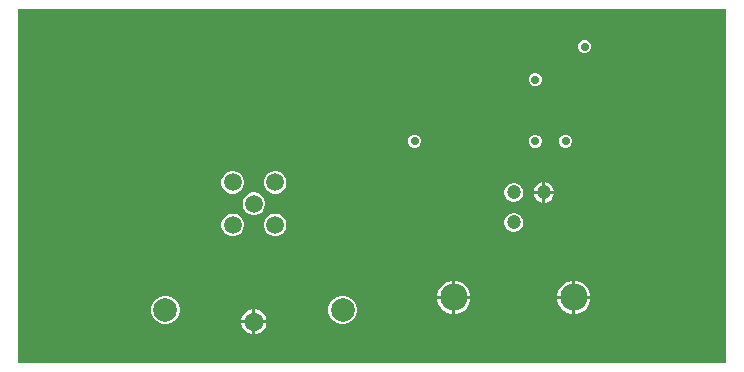
<source format=gbl>
G04*
G04 #@! TF.GenerationSoftware,Altium Limited,Altium Designer,25.8.1 (18)*
G04*
G04 Layer_Physical_Order=4*
G04 Layer_Color=16711680*
%FSLAX44Y44*%
%MOMM*%
G71*
G04*
G04 #@! TF.SameCoordinates,C19CE461-91EB-44EE-881C-4A3BDBF79EA7*
G04*
G04*
G04 #@! TF.FilePolarity,Positive*
G04*
G01*
G75*
%ADD22C,1.2000*%
%ADD23C,2.3000*%
%ADD24C,1.6000*%
%ADD25C,3.5000*%
%ADD26C,1.5000*%
%ADD27C,2.0000*%
%ADD28C,0.3000*%
%ADD29C,0.7000*%
G36*
X600000Y0D02*
X0D01*
Y300000D01*
X600000D01*
Y0D01*
D02*
G37*
%LPC*%
G36*
X481094Y273500D02*
X478906D01*
X476884Y272663D01*
X475337Y271115D01*
X474500Y269094D01*
Y266906D01*
X475337Y264884D01*
X476884Y263337D01*
X478906Y262500D01*
X481094D01*
X483116Y263337D01*
X484663Y264884D01*
X485500Y266906D01*
Y269094D01*
X484663Y271115D01*
X483116Y272663D01*
X481094Y273500D01*
D02*
G37*
G36*
X439094Y245500D02*
X436906D01*
X434884Y244663D01*
X433337Y243116D01*
X432500Y241094D01*
Y238906D01*
X433337Y236884D01*
X434884Y235337D01*
X436906Y234500D01*
X439094D01*
X441115Y235337D01*
X442663Y236884D01*
X443500Y238906D01*
Y241094D01*
X442663Y243116D01*
X441115Y244663D01*
X439094Y245500D01*
D02*
G37*
G36*
X465094Y193500D02*
X462906D01*
X460885Y192663D01*
X459337Y191115D01*
X458500Y189094D01*
Y186906D01*
X459337Y184884D01*
X460885Y183337D01*
X462906Y182500D01*
X465094D01*
X467116Y183337D01*
X468663Y184884D01*
X469500Y186906D01*
Y189094D01*
X468663Y191115D01*
X467116Y192663D01*
X465094Y193500D01*
D02*
G37*
G36*
X439094D02*
X436906D01*
X434884Y192663D01*
X433337Y191115D01*
X432500Y189094D01*
Y186906D01*
X433337Y184884D01*
X434884Y183337D01*
X436906Y182500D01*
X439094D01*
X441115Y183337D01*
X442663Y184884D01*
X443500Y186906D01*
Y189094D01*
X442663Y191115D01*
X441115Y192663D01*
X439094Y193500D01*
D02*
G37*
G36*
X337094D02*
X334906D01*
X332884Y192663D01*
X331337Y191115D01*
X330500Y189094D01*
Y186906D01*
X331337Y184884D01*
X332884Y183337D01*
X334906Y182500D01*
X337094D01*
X339115Y183337D01*
X340663Y184884D01*
X341500Y186906D01*
Y189094D01*
X340663Y191115D01*
X339115Y192663D01*
X337094Y193500D01*
D02*
G37*
G36*
X446670Y153001D02*
Y145770D01*
X453901D01*
X453358Y147796D01*
X452234Y149744D01*
X450644Y151334D01*
X448696Y152458D01*
X446670Y153001D01*
D02*
G37*
G36*
X444130D02*
X442104Y152458D01*
X440156Y151334D01*
X438566Y149744D01*
X437442Y147796D01*
X436899Y145770D01*
X444130D01*
Y153001D01*
D02*
G37*
G36*
X219251Y162500D02*
X216749D01*
X214333Y161853D01*
X212167Y160602D01*
X210398Y158833D01*
X209147Y156667D01*
X208500Y154251D01*
Y151749D01*
X209147Y149333D01*
X210398Y147167D01*
X212167Y145398D01*
X214333Y144147D01*
X216749Y143500D01*
X219251D01*
X221667Y144147D01*
X223833Y145398D01*
X225602Y147167D01*
X226853Y149333D01*
X227500Y151749D01*
Y154251D01*
X226853Y156667D01*
X225602Y158833D01*
X223833Y160602D01*
X221667Y161853D01*
X219251Y162500D01*
D02*
G37*
G36*
X183251D02*
X180749D01*
X178333Y161853D01*
X176167Y160602D01*
X174398Y158833D01*
X173148Y156667D01*
X172500Y154251D01*
Y151749D01*
X173148Y149333D01*
X174398Y147167D01*
X176167Y145398D01*
X178333Y144147D01*
X180749Y143500D01*
X183251D01*
X185667Y144147D01*
X187833Y145398D01*
X189602Y147167D01*
X190853Y149333D01*
X191500Y151749D01*
Y154251D01*
X190853Y156667D01*
X189602Y158833D01*
X187833Y160602D01*
X185667Y161853D01*
X183251Y162500D01*
D02*
G37*
G36*
X421053Y152500D02*
X418947D01*
X416912Y151955D01*
X415088Y150902D01*
X413598Y149412D01*
X412545Y147588D01*
X412000Y145553D01*
Y143447D01*
X412545Y141412D01*
X413598Y139588D01*
X415088Y138098D01*
X416912Y137045D01*
X418947Y136500D01*
X421053D01*
X423088Y137045D01*
X424912Y138098D01*
X426402Y139588D01*
X427455Y141412D01*
X428000Y143447D01*
Y145553D01*
X427455Y147588D01*
X426402Y149412D01*
X424912Y150902D01*
X423088Y151955D01*
X421053Y152500D01*
D02*
G37*
G36*
X453901Y143230D02*
X446670D01*
Y135999D01*
X448696Y136542D01*
X450644Y137666D01*
X452234Y139256D01*
X453358Y141204D01*
X453901Y143230D01*
D02*
G37*
G36*
X444130D02*
X436899D01*
X437442Y141204D01*
X438566Y139256D01*
X440156Y137666D01*
X442104Y136542D01*
X444130Y135999D01*
Y143230D01*
D02*
G37*
G36*
X201251Y144500D02*
X198749D01*
X196333Y143853D01*
X194167Y142602D01*
X192398Y140833D01*
X191147Y138667D01*
X190500Y136251D01*
Y133749D01*
X191147Y131333D01*
X192398Y129167D01*
X194167Y127398D01*
X196333Y126147D01*
X198749Y125500D01*
X201251D01*
X203667Y126147D01*
X205833Y127398D01*
X207602Y129167D01*
X208853Y131333D01*
X209500Y133749D01*
Y136251D01*
X208853Y138667D01*
X207602Y140833D01*
X205833Y142602D01*
X203667Y143853D01*
X201251Y144500D01*
D02*
G37*
G36*
X421053Y127100D02*
X418947D01*
X416912Y126555D01*
X415088Y125502D01*
X413598Y124012D01*
X412545Y122188D01*
X412000Y120153D01*
Y118047D01*
X412545Y116012D01*
X413598Y114188D01*
X415088Y112698D01*
X416912Y111645D01*
X418947Y111100D01*
X421053D01*
X423088Y111645D01*
X424912Y112698D01*
X426402Y114188D01*
X427455Y116012D01*
X428000Y118047D01*
Y120153D01*
X427455Y122188D01*
X426402Y124012D01*
X424912Y125502D01*
X423088Y126555D01*
X421053Y127100D01*
D02*
G37*
G36*
X219251Y126500D02*
X216749D01*
X214333Y125853D01*
X212167Y124602D01*
X210398Y122833D01*
X209147Y120667D01*
X208500Y118251D01*
Y115749D01*
X209147Y113333D01*
X210398Y111167D01*
X212167Y109398D01*
X214333Y108147D01*
X216749Y107500D01*
X219251D01*
X221667Y108147D01*
X223833Y109398D01*
X225602Y111167D01*
X226853Y113333D01*
X227500Y115749D01*
Y118251D01*
X226853Y120667D01*
X225602Y122833D01*
X223833Y124602D01*
X221667Y125853D01*
X219251Y126500D01*
D02*
G37*
G36*
X183251D02*
X180749D01*
X178333Y125853D01*
X176167Y124602D01*
X174398Y122833D01*
X173148Y120667D01*
X172500Y118251D01*
Y115749D01*
X173148Y113333D01*
X174398Y111167D01*
X176167Y109398D01*
X178333Y108147D01*
X180749Y107500D01*
X183251D01*
X185667Y108147D01*
X187833Y109398D01*
X189602Y111167D01*
X190853Y113333D01*
X191500Y115749D01*
Y118251D01*
X190853Y120667D01*
X189602Y122833D01*
X187833Y124602D01*
X185667Y125853D01*
X183251Y126500D01*
D02*
G37*
G36*
X472648Y69640D02*
X472070D01*
Y56870D01*
X484840D01*
Y57448D01*
X483883Y61019D01*
X482035Y64221D01*
X479421Y66835D01*
X476219Y68683D01*
X472648Y69640D01*
D02*
G37*
G36*
X469530D02*
X468952D01*
X465381Y68683D01*
X462179Y66835D01*
X459565Y64221D01*
X457717Y61019D01*
X456760Y57448D01*
Y56870D01*
X469530D01*
Y69640D01*
D02*
G37*
G36*
X371048D02*
X370470D01*
Y56870D01*
X383240D01*
Y57448D01*
X382283Y61019D01*
X380435Y64221D01*
X377821Y66835D01*
X374619Y68683D01*
X371048Y69640D01*
D02*
G37*
G36*
X367930D02*
X367352D01*
X363781Y68683D01*
X360579Y66835D01*
X357965Y64221D01*
X356117Y61019D01*
X355160Y57448D01*
Y56870D01*
X367930D01*
Y69640D01*
D02*
G37*
G36*
X484840Y54330D02*
X472070D01*
Y41560D01*
X472648D01*
X476219Y42517D01*
X479421Y44365D01*
X482035Y46979D01*
X483883Y50181D01*
X484840Y53752D01*
Y54330D01*
D02*
G37*
G36*
X469530D02*
X456760D01*
Y53752D01*
X457717Y50181D01*
X459565Y46979D01*
X462179Y44365D01*
X465381Y42517D01*
X468952Y41560D01*
X469530D01*
Y54330D01*
D02*
G37*
G36*
X383240D02*
X370470D01*
Y41560D01*
X371048D01*
X374619Y42517D01*
X377821Y44365D01*
X380435Y46979D01*
X382283Y50181D01*
X383240Y53752D01*
Y54330D01*
D02*
G37*
G36*
X367930D02*
X355160D01*
Y53752D01*
X356117Y50181D01*
X357965Y46979D01*
X360579Y44365D01*
X363781Y42517D01*
X367352Y41560D01*
X367930D01*
Y54330D01*
D02*
G37*
G36*
X201388Y45540D02*
X201270D01*
Y36270D01*
X210540D01*
Y36388D01*
X209822Y39068D01*
X208434Y41472D01*
X206472Y43434D01*
X204068Y44822D01*
X201388Y45540D01*
D02*
G37*
G36*
X198730D02*
X198612D01*
X195932Y44822D01*
X193528Y43434D01*
X191566Y41472D01*
X190178Y39068D01*
X189460Y36388D01*
Y36270D01*
X198730D01*
Y45540D01*
D02*
G37*
G36*
X276580Y57000D02*
X273420D01*
X270368Y56182D01*
X267632Y54602D01*
X265398Y52368D01*
X263818Y49632D01*
X263000Y46580D01*
Y43420D01*
X263818Y40368D01*
X265398Y37632D01*
X267632Y35398D01*
X270368Y33818D01*
X273420Y33000D01*
X276580D01*
X279632Y33818D01*
X282368Y35398D01*
X284602Y37632D01*
X286182Y40368D01*
X287000Y43420D01*
Y46580D01*
X286182Y49632D01*
X284602Y52368D01*
X282368Y54602D01*
X279632Y56182D01*
X276580Y57000D01*
D02*
G37*
G36*
X126580D02*
X123420D01*
X120368Y56182D01*
X117632Y54602D01*
X115398Y52368D01*
X113818Y49632D01*
X113000Y46580D01*
Y43420D01*
X113818Y40368D01*
X115398Y37632D01*
X117632Y35398D01*
X120368Y33818D01*
X123420Y33000D01*
X126580D01*
X129632Y33818D01*
X132368Y35398D01*
X134602Y37632D01*
X136182Y40368D01*
X137000Y43420D01*
Y46580D01*
X136182Y49632D01*
X134602Y52368D01*
X132368Y54602D01*
X129632Y56182D01*
X126580Y57000D01*
D02*
G37*
G36*
X210540Y33730D02*
X201270D01*
Y24460D01*
X201388D01*
X204068Y25178D01*
X206472Y26566D01*
X208434Y28528D01*
X209822Y30932D01*
X210540Y33612D01*
Y33730D01*
D02*
G37*
G36*
X198730D02*
X189460D01*
Y33612D01*
X190178Y30932D01*
X191566Y28528D01*
X193528Y26566D01*
X195932Y25178D01*
X198612Y24460D01*
X198730D01*
Y33730D01*
D02*
G37*
%LPD*%
D22*
X420000Y119100D02*
D03*
X445400Y144500D02*
D03*
X420000D02*
D03*
D23*
X470800Y55600D02*
D03*
X369200D02*
D03*
D24*
X200000Y35000D02*
D03*
D25*
X30000Y30000D02*
D03*
X570000D02*
D03*
Y270000D02*
D03*
X30000D02*
D03*
D26*
X200000Y135000D02*
D03*
X182000Y117000D02*
D03*
X218000D02*
D03*
Y153000D02*
D03*
X182000D02*
D03*
D27*
X275000Y45000D02*
D03*
X125000D02*
D03*
D28*
X421000Y185000D02*
D03*
X475000Y175000D02*
D03*
X462000Y160000D02*
D03*
X450000Y185000D02*
D03*
Y180000D02*
D03*
X432500Y135000D02*
D03*
Y140000D02*
D03*
Y145000D02*
D03*
Y150000D02*
D03*
X435000Y155000D02*
D03*
X440000Y160000D02*
D03*
X495000Y130000D02*
D03*
X490000D02*
D03*
X485000D02*
D03*
X480000D02*
D03*
X475000D02*
D03*
X470000D02*
D03*
X465000D02*
D03*
X460000D02*
D03*
X455000D02*
D03*
X450000D02*
D03*
X445000D02*
D03*
X440000D02*
D03*
X435000D02*
D03*
X430000D02*
D03*
X425000D02*
D03*
X415000D02*
D03*
X420000D02*
D03*
X405000Y140000D02*
D03*
X410000Y135000D02*
D03*
Y130000D02*
D03*
X405000Y125000D02*
D03*
Y120000D02*
D03*
Y115000D02*
D03*
X410000Y110000D02*
D03*
X415000Y105000D02*
D03*
X420000D02*
D03*
X425000D02*
D03*
X430000Y110000D02*
D03*
X435000D02*
D03*
X440000D02*
D03*
X445000D02*
D03*
X450000D02*
D03*
X455000D02*
D03*
X460000D02*
D03*
X465000D02*
D03*
X470000D02*
D03*
X475000D02*
D03*
X480000D02*
D03*
X485000D02*
D03*
X490000D02*
D03*
X495000D02*
D03*
X500000D02*
D03*
X505000D02*
D03*
X510000D02*
D03*
X395000Y80000D02*
D03*
X415000D02*
D03*
X490000Y100000D02*
D03*
X485000D02*
D03*
X435000Y80000D02*
D03*
X475000D02*
D03*
X455000D02*
D03*
X495000Y100000D02*
D03*
X355000Y80000D02*
D03*
D03*
X590000Y280000D02*
D03*
Y240000D02*
D03*
X580000Y220000D02*
D03*
X590000Y200000D02*
D03*
X580000Y180000D02*
D03*
X590000Y160000D02*
D03*
X580000Y140000D02*
D03*
X590000Y120000D02*
D03*
X580000Y100000D02*
D03*
X590000Y80000D02*
D03*
X580000Y60000D02*
D03*
X590000Y40000D02*
D03*
X570000Y240000D02*
D03*
X560000Y220000D02*
D03*
X570000Y200000D02*
D03*
X560000Y180000D02*
D03*
X570000Y160000D02*
D03*
X560000Y140000D02*
D03*
X570000Y120000D02*
D03*
X560000Y100000D02*
D03*
X570000Y80000D02*
D03*
X560000Y60000D02*
D03*
X550000Y280000D02*
D03*
Y240000D02*
D03*
Y200000D02*
D03*
Y160000D02*
D03*
Y120000D02*
D03*
X540000Y100000D02*
D03*
X550000Y80000D02*
D03*
X540000Y60000D02*
D03*
X550000Y40000D02*
D03*
X540000Y20000D02*
D03*
X530000Y280000D02*
D03*
X520000Y260000D02*
D03*
X530000Y240000D02*
D03*
X520000Y220000D02*
D03*
X530000Y200000D02*
D03*
X520000Y180000D02*
D03*
X530000Y160000D02*
D03*
X520000Y140000D02*
D03*
X530000Y80000D02*
D03*
X520000Y60000D02*
D03*
X530000Y40000D02*
D03*
X520000Y20000D02*
D03*
X510000Y280000D02*
D03*
Y240000D02*
D03*
X500000Y220000D02*
D03*
Y180000D02*
D03*
Y140000D02*
D03*
Y100000D02*
D03*
X510000Y80000D02*
D03*
X500000Y60000D02*
D03*
X510000Y40000D02*
D03*
X500000Y20000D02*
D03*
X490000Y280000D02*
D03*
X480000Y260000D02*
D03*
Y220000D02*
D03*
X490000Y200000D02*
D03*
Y160000D02*
D03*
X480000Y140000D02*
D03*
Y100000D02*
D03*
Y20000D02*
D03*
X470000Y160000D02*
D03*
X460000Y140000D02*
D03*
Y100000D02*
D03*
Y20000D02*
D03*
X450000Y280000D02*
D03*
Y200000D02*
D03*
X440000Y100000D02*
D03*
Y60000D02*
D03*
Y20000D02*
D03*
X420000Y100000D02*
D03*
Y60000D02*
D03*
X430000Y40000D02*
D03*
X420000Y20000D02*
D03*
X400000Y260000D02*
D03*
X410000Y240000D02*
D03*
X400000Y220000D02*
D03*
Y140000D02*
D03*
Y100000D02*
D03*
Y60000D02*
D03*
X410000Y40000D02*
D03*
X400000Y20000D02*
D03*
X390000Y240000D02*
D03*
X380000Y180000D02*
D03*
X390000Y120000D02*
D03*
X380000Y100000D02*
D03*
Y20000D02*
D03*
X370000Y240000D02*
D03*
X360000Y180000D02*
D03*
X370000Y160000D02*
D03*
Y120000D02*
D03*
X360000Y100000D02*
D03*
Y20000D02*
D03*
X350000Y280000D02*
D03*
Y240000D02*
D03*
Y200000D02*
D03*
Y160000D02*
D03*
Y120000D02*
D03*
X340000Y100000D02*
D03*
Y60000D02*
D03*
Y20000D02*
D03*
X320000Y260000D02*
D03*
X330000Y240000D02*
D03*
X320000Y220000D02*
D03*
X330000Y160000D02*
D03*
Y120000D02*
D03*
X320000Y100000D02*
D03*
X330000Y80000D02*
D03*
X320000Y60000D02*
D03*
X330000Y40000D02*
D03*
X320000Y20000D02*
D03*
X310000Y280000D02*
D03*
X300000Y260000D02*
D03*
X310000Y240000D02*
D03*
X300000Y220000D02*
D03*
X310000Y200000D02*
D03*
Y160000D02*
D03*
Y120000D02*
D03*
X300000Y100000D02*
D03*
X310000Y80000D02*
D03*
X300000Y60000D02*
D03*
X310000Y40000D02*
D03*
X300000Y20000D02*
D03*
X290000Y280000D02*
D03*
X280000Y260000D02*
D03*
X290000Y240000D02*
D03*
X280000Y220000D02*
D03*
X290000Y200000D02*
D03*
Y160000D02*
D03*
Y120000D02*
D03*
X280000Y100000D02*
D03*
X290000Y80000D02*
D03*
X280000Y60000D02*
D03*
X290000Y40000D02*
D03*
X280000Y20000D02*
D03*
X270000Y280000D02*
D03*
X260000Y260000D02*
D03*
X270000Y240000D02*
D03*
X260000Y220000D02*
D03*
X270000Y200000D02*
D03*
Y160000D02*
D03*
Y120000D02*
D03*
X260000Y100000D02*
D03*
X270000Y80000D02*
D03*
X260000Y60000D02*
D03*
Y20000D02*
D03*
X250000Y280000D02*
D03*
X240000Y260000D02*
D03*
X250000Y240000D02*
D03*
X240000Y220000D02*
D03*
X250000Y200000D02*
D03*
Y160000D02*
D03*
Y120000D02*
D03*
X240000Y100000D02*
D03*
X250000Y80000D02*
D03*
X240000Y60000D02*
D03*
X250000Y40000D02*
D03*
X240000Y20000D02*
D03*
X230000Y280000D02*
D03*
X220000Y260000D02*
D03*
X230000Y240000D02*
D03*
X220000Y220000D02*
D03*
X230000Y200000D02*
D03*
Y160000D02*
D03*
X220000Y100000D02*
D03*
X230000Y80000D02*
D03*
X220000Y60000D02*
D03*
X230000Y40000D02*
D03*
X220000Y20000D02*
D03*
X210000Y280000D02*
D03*
X200000Y260000D02*
D03*
X210000Y240000D02*
D03*
X200000Y220000D02*
D03*
X210000Y200000D02*
D03*
X200000Y100000D02*
D03*
X210000Y80000D02*
D03*
X200000Y60000D02*
D03*
X190000Y280000D02*
D03*
X180000Y260000D02*
D03*
X190000Y240000D02*
D03*
X180000Y220000D02*
D03*
X190000Y200000D02*
D03*
Y80000D02*
D03*
X180000Y60000D02*
D03*
Y20000D02*
D03*
X170000Y280000D02*
D03*
X160000Y260000D02*
D03*
X170000Y240000D02*
D03*
X160000Y220000D02*
D03*
X170000Y200000D02*
D03*
X160000Y180000D02*
D03*
Y140000D02*
D03*
Y100000D02*
D03*
X170000Y80000D02*
D03*
X160000Y60000D02*
D03*
X170000Y40000D02*
D03*
X160000Y20000D02*
D03*
X150000Y280000D02*
D03*
X140000Y260000D02*
D03*
X150000Y240000D02*
D03*
X140000Y220000D02*
D03*
X150000Y200000D02*
D03*
X140000Y180000D02*
D03*
X150000Y160000D02*
D03*
X140000Y140000D02*
D03*
X150000Y120000D02*
D03*
X140000Y100000D02*
D03*
X150000Y80000D02*
D03*
X140000Y60000D02*
D03*
X150000Y40000D02*
D03*
X140000Y20000D02*
D03*
X130000Y280000D02*
D03*
X120000Y260000D02*
D03*
X130000Y240000D02*
D03*
X120000Y220000D02*
D03*
X130000Y200000D02*
D03*
X120000Y180000D02*
D03*
X130000Y160000D02*
D03*
X120000Y140000D02*
D03*
X130000Y120000D02*
D03*
X120000Y100000D02*
D03*
X130000Y80000D02*
D03*
X120000Y60000D02*
D03*
Y20000D02*
D03*
X110000Y280000D02*
D03*
X100000Y260000D02*
D03*
X110000Y240000D02*
D03*
X100000Y220000D02*
D03*
X110000Y200000D02*
D03*
X100000Y180000D02*
D03*
X110000Y160000D02*
D03*
X100000Y140000D02*
D03*
X110000Y120000D02*
D03*
X100000Y100000D02*
D03*
X110000Y80000D02*
D03*
X100000Y60000D02*
D03*
X110000Y40000D02*
D03*
X100000Y20000D02*
D03*
X90000Y280000D02*
D03*
X80000Y260000D02*
D03*
X90000Y240000D02*
D03*
X80000Y220000D02*
D03*
X90000Y200000D02*
D03*
X80000Y180000D02*
D03*
X90000Y160000D02*
D03*
X80000Y140000D02*
D03*
X90000Y120000D02*
D03*
X80000Y100000D02*
D03*
X90000Y80000D02*
D03*
X80000Y60000D02*
D03*
X90000Y40000D02*
D03*
X80000Y20000D02*
D03*
X70000Y280000D02*
D03*
X60000Y260000D02*
D03*
X70000Y240000D02*
D03*
X60000Y220000D02*
D03*
X70000Y200000D02*
D03*
X60000Y180000D02*
D03*
X70000Y160000D02*
D03*
X60000Y140000D02*
D03*
X70000Y120000D02*
D03*
X60000Y100000D02*
D03*
X70000Y80000D02*
D03*
X60000Y60000D02*
D03*
X70000Y40000D02*
D03*
X60000Y20000D02*
D03*
X50000Y280000D02*
D03*
Y240000D02*
D03*
X40000Y220000D02*
D03*
X50000Y200000D02*
D03*
X40000Y180000D02*
D03*
X50000Y160000D02*
D03*
X40000Y140000D02*
D03*
X50000Y120000D02*
D03*
X40000Y100000D02*
D03*
X50000Y80000D02*
D03*
X40000Y60000D02*
D03*
X50000Y40000D02*
D03*
X30000Y240000D02*
D03*
X20000Y220000D02*
D03*
X30000Y200000D02*
D03*
X20000Y180000D02*
D03*
X30000Y160000D02*
D03*
X20000Y140000D02*
D03*
X30000Y120000D02*
D03*
X20000Y100000D02*
D03*
X30000Y80000D02*
D03*
X20000Y60000D02*
D03*
X450000Y100000D02*
D03*
X410000D02*
D03*
X370000D02*
D03*
X365000D02*
D03*
X445000D02*
D03*
X405000D02*
D03*
X435000D02*
D03*
X475000D02*
D03*
X355000D02*
D03*
X395000D02*
D03*
X470000D02*
D03*
X430000D02*
D03*
X390000D02*
D03*
X350000D02*
D03*
X465000D02*
D03*
X425000D02*
D03*
X385000D02*
D03*
X415000D02*
D03*
X455000D02*
D03*
X375000D02*
D03*
X345000D02*
D03*
X192500Y145000D02*
D03*
X187500Y140000D02*
D03*
X192500Y125000D02*
D03*
X187500Y130000D02*
D03*
X185000Y135000D02*
D03*
X180000D02*
D03*
X229000Y127000D02*
D03*
X223000Y129000D02*
D03*
X218000D02*
D03*
X212500Y127500D02*
D03*
X207500Y125000D02*
D03*
X229000Y143000D02*
D03*
X223000Y141000D02*
D03*
X218000D02*
D03*
X212500Y142500D02*
D03*
X207500Y145000D02*
D03*
X230000Y115000D02*
D03*
X227500Y110000D02*
D03*
X222500Y105000D02*
D03*
X217500D02*
D03*
X212500D02*
D03*
X207500Y110000D02*
D03*
D03*
X425000Y240000D02*
D03*
Y245000D02*
D03*
Y250000D02*
D03*
X495000Y249000D02*
D03*
X490000Y250000D02*
D03*
X480000D02*
D03*
X485000D02*
D03*
X475000Y247000D02*
D03*
X470000D02*
D03*
X465000D02*
D03*
X460000D02*
D03*
X455000D02*
D03*
X450000Y250000D02*
D03*
X465000Y232500D02*
D03*
X460000D02*
D03*
X455000D02*
D03*
X450000Y230000D02*
D03*
X425000Y235000D02*
D03*
Y230000D02*
D03*
Y225000D02*
D03*
X350000D02*
D03*
Y230000D02*
D03*
Y235000D02*
D03*
X345000D02*
D03*
X340000D02*
D03*
X335000D02*
D03*
X330000D02*
D03*
X325000D02*
D03*
Y230000D02*
D03*
Y225000D02*
D03*
X480000Y230000D02*
D03*
X475000D02*
D03*
X470000Y232500D02*
D03*
X475000Y195000D02*
D03*
Y190000D02*
D03*
Y185000D02*
D03*
Y180000D02*
D03*
X472000Y170000D02*
D03*
X467000Y165000D02*
D03*
X455000Y160000D02*
D03*
X416000Y185000D02*
D03*
X405000Y180000D02*
D03*
X411000Y185000D02*
D03*
X400000Y175000D02*
D03*
X395000Y170000D02*
D03*
X390000Y165000D02*
D03*
X385000Y160000D02*
D03*
X380000Y155000D02*
D03*
X375000Y150000D02*
D03*
X395000Y140000D02*
D03*
X390000Y135000D02*
D03*
X385000Y130000D02*
D03*
X380000Y125000D02*
D03*
X370000Y145000D02*
D03*
X365000D02*
D03*
X360000D02*
D03*
X355000D02*
D03*
X350000D02*
D03*
X345000D02*
D03*
X340000D02*
D03*
X335000D02*
D03*
X330000D02*
D03*
X325000D02*
D03*
X320000D02*
D03*
X315000D02*
D03*
X310000D02*
D03*
X305000D02*
D03*
X300000D02*
D03*
X295000D02*
D03*
X290000D02*
D03*
X285000D02*
D03*
X280000D02*
D03*
X275000D02*
D03*
X270000D02*
D03*
X265000D02*
D03*
X260000D02*
D03*
X255000D02*
D03*
X250000D02*
D03*
X245000D02*
D03*
X240000D02*
D03*
X235000D02*
D03*
D03*
X232500Y150000D02*
D03*
X230000Y155000D02*
D03*
X375000Y125000D02*
D03*
X370000D02*
D03*
X365000D02*
D03*
X360000D02*
D03*
X355000D02*
D03*
X350000D02*
D03*
X345000D02*
D03*
D03*
D03*
X340000D02*
D03*
X335000D02*
D03*
X330000D02*
D03*
X325000D02*
D03*
X320000D02*
D03*
X315000D02*
D03*
X310000D02*
D03*
X305000D02*
D03*
X300000D02*
D03*
X295000D02*
D03*
X290000D02*
D03*
X285000D02*
D03*
X280000D02*
D03*
X275000D02*
D03*
X270000D02*
D03*
X265000D02*
D03*
X260000D02*
D03*
X255000D02*
D03*
X250000D02*
D03*
X245000D02*
D03*
X240000D02*
D03*
X235000D02*
D03*
D03*
X232500Y120000D02*
D03*
X205000Y115000D02*
D03*
X167500Y157500D02*
D03*
Y150000D02*
D03*
X170000Y142500D02*
D03*
X175000Y137500D02*
D03*
Y132500D02*
D03*
X170000Y127500D02*
D03*
X205000Y157500D02*
D03*
X525000Y120000D02*
D03*
X450000Y160000D02*
D03*
X445000D02*
D03*
X453000Y65000D02*
D03*
X350000Y220000D02*
D03*
Y215000D02*
D03*
Y210000D02*
D03*
Y205000D02*
D03*
Y195000D02*
D03*
Y190000D02*
D03*
Y185000D02*
D03*
Y175000D02*
D03*
Y180000D02*
D03*
X345000Y170000D02*
D03*
X340000Y165000D02*
D03*
X335000Y160000D02*
D03*
X325000D02*
D03*
X320000D02*
D03*
X315000D02*
D03*
X305000D02*
D03*
X300000D02*
D03*
X295000D02*
D03*
X285000D02*
D03*
X280000D02*
D03*
X275000D02*
D03*
X265000D02*
D03*
X260000D02*
D03*
X255000D02*
D03*
X245000D02*
D03*
X240000D02*
D03*
X235000D02*
D03*
X226000Y164000D02*
D03*
X220000Y166000D02*
D03*
X215000D02*
D03*
X210000D02*
D03*
X205000Y165000D02*
D03*
X200000D02*
D03*
X195000Y160000D02*
D03*
Y155000D02*
D03*
Y115000D02*
D03*
X185000Y180000D02*
D03*
X190000Y185000D02*
D03*
X195000D02*
D03*
X200000D02*
D03*
X205000D02*
D03*
X210000D02*
D03*
X215000D02*
D03*
X220000D02*
D03*
X230000D02*
D03*
X225000D02*
D03*
X235000D02*
D03*
X240000D02*
D03*
X245000D02*
D03*
X250000D02*
D03*
X255000D02*
D03*
X260000D02*
D03*
X265000D02*
D03*
X270000D02*
D03*
X280000D02*
D03*
X275000D02*
D03*
X285000D02*
D03*
X290000D02*
D03*
X295000D02*
D03*
X300000D02*
D03*
X310000D02*
D03*
X305000D02*
D03*
X315000D02*
D03*
X320000D02*
D03*
X325000Y190000D02*
D03*
Y195000D02*
D03*
Y200000D02*
D03*
Y205000D02*
D03*
Y210000D02*
D03*
Y215000D02*
D03*
Y220000D02*
D03*
X180000Y175000D02*
D03*
X175000Y170000D02*
D03*
X170000Y165000D02*
D03*
X205000Y150000D02*
D03*
X200000D02*
D03*
X195000D02*
D03*
X205000Y120000D02*
D03*
X200000D02*
D03*
X445000Y290000D02*
D03*
X440000D02*
D03*
X435000D02*
D03*
X430000D02*
D03*
X425000D02*
D03*
Y285000D02*
D03*
Y280000D02*
D03*
Y275000D02*
D03*
Y270000D02*
D03*
Y260000D02*
D03*
Y265000D02*
D03*
Y255000D02*
D03*
X190000Y25000D02*
D03*
X185000Y35000D02*
D03*
X190000Y45000D02*
D03*
X200000Y50000D02*
D03*
X210000Y45000D02*
D03*
X215000Y35000D02*
D03*
X210000Y25000D02*
D03*
X200000Y20000D02*
D03*
X460000Y38000D02*
D03*
X453000Y45000D02*
D03*
X387500Y65000D02*
D03*
X450000Y55000D02*
D03*
X460000Y72000D02*
D03*
X469500Y75000D02*
D03*
X480000Y72000D02*
D03*
X487000Y65000D02*
D03*
X490000Y55000D02*
D03*
X487000Y45000D02*
D03*
X479500Y37500D02*
D03*
X469500Y35000D02*
D03*
X360000Y37500D02*
D03*
X352500Y45000D02*
D03*
X350000Y55000D02*
D03*
X352500Y65000D02*
D03*
X360000Y72500D02*
D03*
X370000Y75000D02*
D03*
X380000Y72500D02*
D03*
X390000Y55000D02*
D03*
X387500Y45000D02*
D03*
X380000Y37500D02*
D03*
X370000Y35000D02*
D03*
X425000Y220000D02*
D03*
Y215000D02*
D03*
Y210000D02*
D03*
Y200000D02*
D03*
Y205000D02*
D03*
Y195000D02*
D03*
Y190000D02*
D03*
X500000Y245000D02*
D03*
X505000Y240000D02*
D03*
X510000Y235000D02*
D03*
X515000Y230000D02*
D03*
X520000Y225000D02*
D03*
Y215000D02*
D03*
Y210000D02*
D03*
Y205000D02*
D03*
Y200000D02*
D03*
Y195000D02*
D03*
Y190000D02*
D03*
Y185000D02*
D03*
X450000Y225000D02*
D03*
Y220000D02*
D03*
Y210000D02*
D03*
Y215000D02*
D03*
Y205000D02*
D03*
Y195000D02*
D03*
Y190000D02*
D03*
X475000Y200000D02*
D03*
Y205000D02*
D03*
Y210000D02*
D03*
Y215000D02*
D03*
Y220000D02*
D03*
Y225000D02*
D03*
X485000Y230000D02*
D03*
X490000Y225000D02*
D03*
X495000Y220000D02*
D03*
X500000Y215000D02*
D03*
Y210000D02*
D03*
Y205000D02*
D03*
Y200000D02*
D03*
Y195000D02*
D03*
Y190000D02*
D03*
Y185000D02*
D03*
X520000Y175000D02*
D03*
Y170000D02*
D03*
Y165000D02*
D03*
Y160000D02*
D03*
Y155000D02*
D03*
Y150000D02*
D03*
Y145000D02*
D03*
X500000Y175000D02*
D03*
Y170000D02*
D03*
Y165000D02*
D03*
Y160000D02*
D03*
Y150000D02*
D03*
Y155000D02*
D03*
Y145000D02*
D03*
X520000Y135000D02*
D03*
Y130000D02*
D03*
Y125000D02*
D03*
Y120000D02*
D03*
X500000Y135000D02*
D03*
X505000Y100000D02*
D03*
X510000Y105000D02*
D03*
X515000Y110000D02*
D03*
X520000Y115000D02*
D03*
X530000Y125000D02*
D03*
Y130000D02*
D03*
Y135000D02*
D03*
Y140000D02*
D03*
Y145000D02*
D03*
Y150000D02*
D03*
Y155000D02*
D03*
Y165000D02*
D03*
Y170000D02*
D03*
Y175000D02*
D03*
Y180000D02*
D03*
Y185000D02*
D03*
Y190000D02*
D03*
Y195000D02*
D03*
Y205000D02*
D03*
Y210000D02*
D03*
Y215000D02*
D03*
Y220000D02*
D03*
Y225000D02*
D03*
Y230000D02*
D03*
Y235000D02*
D03*
Y245000D02*
D03*
X525000Y250000D02*
D03*
X520000Y255000D02*
D03*
X515000Y260000D02*
D03*
X510000D02*
D03*
X505000D02*
D03*
X500000D02*
D03*
X495000D02*
D03*
X490000D02*
D03*
X485000D02*
D03*
X480000Y255000D02*
D03*
X450000D02*
D03*
Y260000D02*
D03*
Y265000D02*
D03*
Y270000D02*
D03*
Y275000D02*
D03*
Y285000D02*
D03*
Y290000D02*
D03*
X455000D02*
D03*
X460000D02*
D03*
X465000D02*
D03*
X470000D02*
D03*
X475000D02*
D03*
Y285000D02*
D03*
Y280000D02*
D03*
X480000D02*
D03*
X485000D02*
D03*
X490000Y275000D02*
D03*
X495000D02*
D03*
X500000D02*
D03*
X505000D02*
D03*
X510000D02*
D03*
X515000D02*
D03*
X520000D02*
D03*
X525000D02*
D03*
X530000D02*
D03*
X535000Y270000D02*
D03*
X540000Y265000D02*
D03*
X545000Y260000D02*
D03*
X550000Y255000D02*
D03*
Y250000D02*
D03*
Y245000D02*
D03*
Y235000D02*
D03*
D03*
Y230000D02*
D03*
Y225000D02*
D03*
Y215000D02*
D03*
Y220000D02*
D03*
Y210000D02*
D03*
Y205000D02*
D03*
Y195000D02*
D03*
Y190000D02*
D03*
Y185000D02*
D03*
Y180000D02*
D03*
Y175000D02*
D03*
Y170000D02*
D03*
Y165000D02*
D03*
Y155000D02*
D03*
Y150000D02*
D03*
Y140000D02*
D03*
Y145000D02*
D03*
Y135000D02*
D03*
Y130000D02*
D03*
Y125000D02*
D03*
Y115000D02*
D03*
X545000Y110000D02*
D03*
X540000Y105000D02*
D03*
X535000Y100000D02*
D03*
X530000Y95000D02*
D03*
X525000Y90000D02*
D03*
X520000Y85000D02*
D03*
X515000Y80000D02*
D03*
X505000D02*
D03*
X500000D02*
D03*
X495000D02*
D03*
X490000D02*
D03*
X485000D02*
D03*
X480000D02*
D03*
X470000D02*
D03*
X465000D02*
D03*
X460000D02*
D03*
X450000D02*
D03*
X445000D02*
D03*
X440000D02*
D03*
X430000D02*
D03*
X425000D02*
D03*
X420000D02*
D03*
X410000D02*
D03*
X405000D02*
D03*
X400000D02*
D03*
X390000D02*
D03*
X385000D02*
D03*
X380000D02*
D03*
X370000D02*
D03*
X365000D02*
D03*
X350000D02*
D03*
X345000D02*
D03*
X340000D02*
D03*
X335000Y100000D02*
D03*
X330000D02*
D03*
X325000D02*
D03*
D03*
X360000Y80000D02*
D03*
X335000D02*
D03*
X375000D02*
D03*
X325000D02*
D03*
X320000D02*
D03*
X315000D02*
D03*
X310000Y100000D02*
D03*
X315000D02*
D03*
X305000D02*
D03*
Y80000D02*
D03*
X300000D02*
D03*
X295000D02*
D03*
Y100000D02*
D03*
X290000D02*
D03*
X285000D02*
D03*
Y80000D02*
D03*
X280000D02*
D03*
X275000D02*
D03*
Y100000D02*
D03*
X270000D02*
D03*
X265000D02*
D03*
Y80000D02*
D03*
X260000D02*
D03*
X255000D02*
D03*
Y100000D02*
D03*
X250000D02*
D03*
X245000D02*
D03*
Y80000D02*
D03*
X240000D02*
D03*
X235000D02*
D03*
Y100000D02*
D03*
X230000D02*
D03*
X225000D02*
D03*
X167500Y105000D02*
D03*
X195000Y120000D02*
D03*
Y110000D02*
D03*
X167500Y120000D02*
D03*
Y112500D02*
D03*
X195000Y105000D02*
D03*
X215000Y100000D02*
D03*
X210000D02*
D03*
X205000D02*
D03*
X225000Y80000D02*
D03*
X220000D02*
D03*
X215000D02*
D03*
X205000D02*
D03*
X200000D02*
D03*
X195000D02*
D03*
X185000Y85000D02*
D03*
X180000Y90000D02*
D03*
X175000Y95000D02*
D03*
X170000Y100000D02*
D03*
X45000Y270000D02*
D03*
X30000Y255000D02*
D03*
Y285000D02*
D03*
X20000Y280000D02*
D03*
X40000Y260000D02*
D03*
X15000Y270000D02*
D03*
X20000Y260000D02*
D03*
X40000Y280000D02*
D03*
X30000Y15000D02*
D03*
X15000Y30000D02*
D03*
X40000Y20000D02*
D03*
X30000Y45000D02*
D03*
X20000Y40000D02*
D03*
Y20000D02*
D03*
X45000Y30000D02*
D03*
X40000Y40000D02*
D03*
X570000Y45000D02*
D03*
X555000Y30000D02*
D03*
X580000Y20000D02*
D03*
Y40000D02*
D03*
X560000D02*
D03*
Y20000D02*
D03*
X585000Y30000D02*
D03*
X570000Y15000D02*
D03*
Y285000D02*
D03*
X555000Y270000D02*
D03*
X580000Y260000D02*
D03*
Y280000D02*
D03*
X585000Y270000D02*
D03*
X560000Y260000D02*
D03*
X570000Y255000D02*
D03*
X560000Y280000D02*
D03*
D29*
X438000Y240000D02*
D03*
X480000Y268000D02*
D03*
X438000Y188000D02*
D03*
X464000D02*
D03*
X336000D02*
D03*
M02*

</source>
